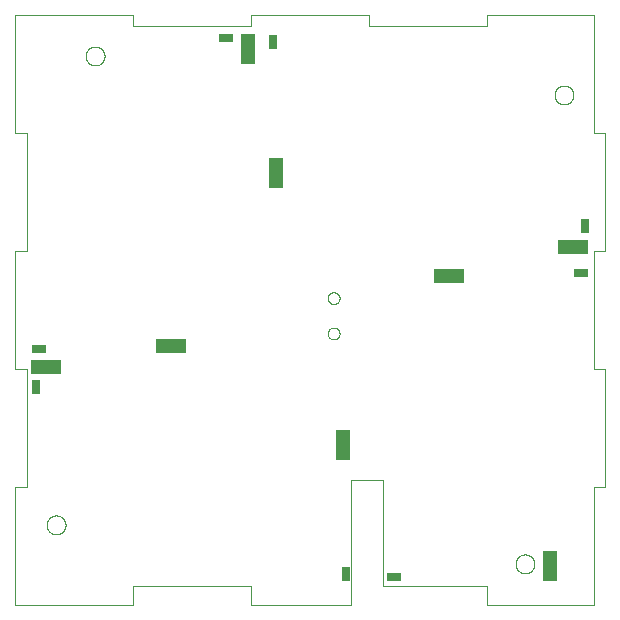
<source format=gtp>
G75*
%MOIN*%
%OFA0B0*%
%FSLAX25Y25*%
%IPPOS*%
%LPD*%
%AMOC8*
5,1,8,0,0,1.08239X$1,22.5*
%
%ADD10C,0.00004*%
%ADD11C,0.00000*%
%ADD12R,0.05000X0.02500*%
%ADD13R,0.02500X0.05000*%
%ADD14R,0.10000X0.05000*%
%ADD15R,0.05000X0.10000*%
D10*
X0001591Y0001591D02*
X0040961Y0001591D01*
X0040961Y0007890D01*
X0080331Y0007890D01*
X0080331Y0001591D01*
X0113795Y0001591D01*
X0113795Y0043323D01*
X0124425Y0043323D01*
X0124425Y0007890D01*
X0159071Y0007890D01*
X0159071Y0001591D01*
X0194504Y0001591D01*
X0194504Y0040961D01*
X0198441Y0040961D01*
X0198441Y0080331D01*
X0194504Y0080331D01*
X0194504Y0119701D01*
X0198441Y0119701D01*
X0198441Y0159071D01*
X0194504Y0159071D01*
X0194504Y0198441D01*
X0159071Y0198441D01*
X0159071Y0194504D01*
X0119701Y0194504D01*
X0119701Y0198441D01*
X0080331Y0198441D01*
X0080331Y0194504D01*
X0040961Y0194504D01*
X0040961Y0198441D01*
X0001591Y0198441D01*
X0001591Y0159071D01*
X0005528Y0159071D01*
X0005528Y0119701D01*
X0001591Y0119701D01*
X0001591Y0080331D01*
X0005528Y0080331D01*
X0005528Y0040961D01*
X0001591Y0040961D01*
X0001591Y0001591D01*
D11*
X0012220Y0028362D02*
X0012222Y0028474D01*
X0012228Y0028585D01*
X0012238Y0028697D01*
X0012252Y0028808D01*
X0012269Y0028918D01*
X0012291Y0029028D01*
X0012317Y0029137D01*
X0012346Y0029245D01*
X0012379Y0029351D01*
X0012416Y0029457D01*
X0012457Y0029561D01*
X0012502Y0029664D01*
X0012550Y0029765D01*
X0012601Y0029864D01*
X0012656Y0029961D01*
X0012715Y0030056D01*
X0012776Y0030150D01*
X0012841Y0030241D01*
X0012910Y0030329D01*
X0012981Y0030415D01*
X0013055Y0030499D01*
X0013133Y0030579D01*
X0013213Y0030657D01*
X0013296Y0030733D01*
X0013381Y0030805D01*
X0013469Y0030874D01*
X0013559Y0030940D01*
X0013652Y0031002D01*
X0013747Y0031062D01*
X0013844Y0031118D01*
X0013942Y0031170D01*
X0014043Y0031219D01*
X0014145Y0031264D01*
X0014249Y0031306D01*
X0014354Y0031344D01*
X0014461Y0031378D01*
X0014568Y0031408D01*
X0014677Y0031435D01*
X0014786Y0031457D01*
X0014897Y0031476D01*
X0015007Y0031491D01*
X0015119Y0031502D01*
X0015230Y0031509D01*
X0015342Y0031512D01*
X0015454Y0031511D01*
X0015566Y0031506D01*
X0015677Y0031497D01*
X0015788Y0031484D01*
X0015899Y0031467D01*
X0016009Y0031447D01*
X0016118Y0031422D01*
X0016226Y0031394D01*
X0016333Y0031361D01*
X0016439Y0031325D01*
X0016543Y0031285D01*
X0016646Y0031242D01*
X0016748Y0031195D01*
X0016847Y0031144D01*
X0016945Y0031090D01*
X0017041Y0031032D01*
X0017135Y0030971D01*
X0017226Y0030907D01*
X0017315Y0030840D01*
X0017402Y0030769D01*
X0017486Y0030695D01*
X0017568Y0030619D01*
X0017646Y0030539D01*
X0017722Y0030457D01*
X0017795Y0030372D01*
X0017865Y0030285D01*
X0017931Y0030195D01*
X0017995Y0030103D01*
X0018055Y0030009D01*
X0018112Y0029913D01*
X0018165Y0029814D01*
X0018215Y0029714D01*
X0018261Y0029613D01*
X0018304Y0029509D01*
X0018343Y0029404D01*
X0018378Y0029298D01*
X0018409Y0029191D01*
X0018437Y0029082D01*
X0018460Y0028973D01*
X0018480Y0028863D01*
X0018496Y0028752D01*
X0018508Y0028641D01*
X0018516Y0028530D01*
X0018520Y0028418D01*
X0018520Y0028306D01*
X0018516Y0028194D01*
X0018508Y0028083D01*
X0018496Y0027972D01*
X0018480Y0027861D01*
X0018460Y0027751D01*
X0018437Y0027642D01*
X0018409Y0027533D01*
X0018378Y0027426D01*
X0018343Y0027320D01*
X0018304Y0027215D01*
X0018261Y0027111D01*
X0018215Y0027010D01*
X0018165Y0026910D01*
X0018112Y0026811D01*
X0018055Y0026715D01*
X0017995Y0026621D01*
X0017931Y0026529D01*
X0017865Y0026439D01*
X0017795Y0026352D01*
X0017722Y0026267D01*
X0017646Y0026185D01*
X0017568Y0026105D01*
X0017486Y0026029D01*
X0017402Y0025955D01*
X0017315Y0025884D01*
X0017226Y0025817D01*
X0017135Y0025753D01*
X0017041Y0025692D01*
X0016945Y0025634D01*
X0016847Y0025580D01*
X0016748Y0025529D01*
X0016646Y0025482D01*
X0016543Y0025439D01*
X0016439Y0025399D01*
X0016333Y0025363D01*
X0016226Y0025330D01*
X0016118Y0025302D01*
X0016009Y0025277D01*
X0015899Y0025257D01*
X0015788Y0025240D01*
X0015677Y0025227D01*
X0015566Y0025218D01*
X0015454Y0025213D01*
X0015342Y0025212D01*
X0015230Y0025215D01*
X0015119Y0025222D01*
X0015007Y0025233D01*
X0014897Y0025248D01*
X0014786Y0025267D01*
X0014677Y0025289D01*
X0014568Y0025316D01*
X0014461Y0025346D01*
X0014354Y0025380D01*
X0014249Y0025418D01*
X0014145Y0025460D01*
X0014043Y0025505D01*
X0013942Y0025554D01*
X0013844Y0025606D01*
X0013747Y0025662D01*
X0013652Y0025722D01*
X0013559Y0025784D01*
X0013469Y0025850D01*
X0013381Y0025919D01*
X0013296Y0025991D01*
X0013213Y0026067D01*
X0013133Y0026145D01*
X0013055Y0026225D01*
X0012981Y0026309D01*
X0012910Y0026395D01*
X0012841Y0026483D01*
X0012776Y0026574D01*
X0012715Y0026668D01*
X0012656Y0026763D01*
X0012601Y0026860D01*
X0012550Y0026959D01*
X0012502Y0027060D01*
X0012457Y0027163D01*
X0012416Y0027267D01*
X0012379Y0027373D01*
X0012346Y0027479D01*
X0012317Y0027587D01*
X0012291Y0027696D01*
X0012269Y0027806D01*
X0012252Y0027916D01*
X0012238Y0028027D01*
X0012228Y0028139D01*
X0012222Y0028250D01*
X0012220Y0028362D01*
X0105921Y0092142D02*
X0105923Y0092230D01*
X0105929Y0092318D01*
X0105939Y0092406D01*
X0105953Y0092494D01*
X0105970Y0092580D01*
X0105992Y0092666D01*
X0106017Y0092750D01*
X0106047Y0092834D01*
X0106079Y0092916D01*
X0106116Y0092996D01*
X0106156Y0093075D01*
X0106200Y0093152D01*
X0106247Y0093227D01*
X0106297Y0093299D01*
X0106351Y0093370D01*
X0106407Y0093437D01*
X0106467Y0093503D01*
X0106529Y0093565D01*
X0106595Y0093625D01*
X0106662Y0093681D01*
X0106733Y0093735D01*
X0106805Y0093785D01*
X0106880Y0093832D01*
X0106957Y0093876D01*
X0107036Y0093916D01*
X0107116Y0093953D01*
X0107198Y0093985D01*
X0107282Y0094015D01*
X0107366Y0094040D01*
X0107452Y0094062D01*
X0107538Y0094079D01*
X0107626Y0094093D01*
X0107714Y0094103D01*
X0107802Y0094109D01*
X0107890Y0094111D01*
X0107978Y0094109D01*
X0108066Y0094103D01*
X0108154Y0094093D01*
X0108242Y0094079D01*
X0108328Y0094062D01*
X0108414Y0094040D01*
X0108498Y0094015D01*
X0108582Y0093985D01*
X0108664Y0093953D01*
X0108744Y0093916D01*
X0108823Y0093876D01*
X0108900Y0093832D01*
X0108975Y0093785D01*
X0109047Y0093735D01*
X0109118Y0093681D01*
X0109185Y0093625D01*
X0109251Y0093565D01*
X0109313Y0093503D01*
X0109373Y0093437D01*
X0109429Y0093370D01*
X0109483Y0093299D01*
X0109533Y0093227D01*
X0109580Y0093152D01*
X0109624Y0093075D01*
X0109664Y0092996D01*
X0109701Y0092916D01*
X0109733Y0092834D01*
X0109763Y0092750D01*
X0109788Y0092666D01*
X0109810Y0092580D01*
X0109827Y0092494D01*
X0109841Y0092406D01*
X0109851Y0092318D01*
X0109857Y0092230D01*
X0109859Y0092142D01*
X0109857Y0092054D01*
X0109851Y0091966D01*
X0109841Y0091878D01*
X0109827Y0091790D01*
X0109810Y0091704D01*
X0109788Y0091618D01*
X0109763Y0091534D01*
X0109733Y0091450D01*
X0109701Y0091368D01*
X0109664Y0091288D01*
X0109624Y0091209D01*
X0109580Y0091132D01*
X0109533Y0091057D01*
X0109483Y0090985D01*
X0109429Y0090914D01*
X0109373Y0090847D01*
X0109313Y0090781D01*
X0109251Y0090719D01*
X0109185Y0090659D01*
X0109118Y0090603D01*
X0109047Y0090549D01*
X0108975Y0090499D01*
X0108900Y0090452D01*
X0108823Y0090408D01*
X0108744Y0090368D01*
X0108664Y0090331D01*
X0108582Y0090299D01*
X0108498Y0090269D01*
X0108414Y0090244D01*
X0108328Y0090222D01*
X0108242Y0090205D01*
X0108154Y0090191D01*
X0108066Y0090181D01*
X0107978Y0090175D01*
X0107890Y0090173D01*
X0107802Y0090175D01*
X0107714Y0090181D01*
X0107626Y0090191D01*
X0107538Y0090205D01*
X0107452Y0090222D01*
X0107366Y0090244D01*
X0107282Y0090269D01*
X0107198Y0090299D01*
X0107116Y0090331D01*
X0107036Y0090368D01*
X0106957Y0090408D01*
X0106880Y0090452D01*
X0106805Y0090499D01*
X0106733Y0090549D01*
X0106662Y0090603D01*
X0106595Y0090659D01*
X0106529Y0090719D01*
X0106467Y0090781D01*
X0106407Y0090847D01*
X0106351Y0090914D01*
X0106297Y0090985D01*
X0106247Y0091057D01*
X0106200Y0091132D01*
X0106156Y0091209D01*
X0106116Y0091288D01*
X0106079Y0091368D01*
X0106047Y0091450D01*
X0106017Y0091534D01*
X0105992Y0091618D01*
X0105970Y0091704D01*
X0105953Y0091790D01*
X0105939Y0091878D01*
X0105929Y0091966D01*
X0105923Y0092054D01*
X0105921Y0092142D01*
X0105921Y0103953D02*
X0105923Y0104041D01*
X0105929Y0104129D01*
X0105939Y0104217D01*
X0105953Y0104305D01*
X0105970Y0104391D01*
X0105992Y0104477D01*
X0106017Y0104561D01*
X0106047Y0104645D01*
X0106079Y0104727D01*
X0106116Y0104807D01*
X0106156Y0104886D01*
X0106200Y0104963D01*
X0106247Y0105038D01*
X0106297Y0105110D01*
X0106351Y0105181D01*
X0106407Y0105248D01*
X0106467Y0105314D01*
X0106529Y0105376D01*
X0106595Y0105436D01*
X0106662Y0105492D01*
X0106733Y0105546D01*
X0106805Y0105596D01*
X0106880Y0105643D01*
X0106957Y0105687D01*
X0107036Y0105727D01*
X0107116Y0105764D01*
X0107198Y0105796D01*
X0107282Y0105826D01*
X0107366Y0105851D01*
X0107452Y0105873D01*
X0107538Y0105890D01*
X0107626Y0105904D01*
X0107714Y0105914D01*
X0107802Y0105920D01*
X0107890Y0105922D01*
X0107978Y0105920D01*
X0108066Y0105914D01*
X0108154Y0105904D01*
X0108242Y0105890D01*
X0108328Y0105873D01*
X0108414Y0105851D01*
X0108498Y0105826D01*
X0108582Y0105796D01*
X0108664Y0105764D01*
X0108744Y0105727D01*
X0108823Y0105687D01*
X0108900Y0105643D01*
X0108975Y0105596D01*
X0109047Y0105546D01*
X0109118Y0105492D01*
X0109185Y0105436D01*
X0109251Y0105376D01*
X0109313Y0105314D01*
X0109373Y0105248D01*
X0109429Y0105181D01*
X0109483Y0105110D01*
X0109533Y0105038D01*
X0109580Y0104963D01*
X0109624Y0104886D01*
X0109664Y0104807D01*
X0109701Y0104727D01*
X0109733Y0104645D01*
X0109763Y0104561D01*
X0109788Y0104477D01*
X0109810Y0104391D01*
X0109827Y0104305D01*
X0109841Y0104217D01*
X0109851Y0104129D01*
X0109857Y0104041D01*
X0109859Y0103953D01*
X0109857Y0103865D01*
X0109851Y0103777D01*
X0109841Y0103689D01*
X0109827Y0103601D01*
X0109810Y0103515D01*
X0109788Y0103429D01*
X0109763Y0103345D01*
X0109733Y0103261D01*
X0109701Y0103179D01*
X0109664Y0103099D01*
X0109624Y0103020D01*
X0109580Y0102943D01*
X0109533Y0102868D01*
X0109483Y0102796D01*
X0109429Y0102725D01*
X0109373Y0102658D01*
X0109313Y0102592D01*
X0109251Y0102530D01*
X0109185Y0102470D01*
X0109118Y0102414D01*
X0109047Y0102360D01*
X0108975Y0102310D01*
X0108900Y0102263D01*
X0108823Y0102219D01*
X0108744Y0102179D01*
X0108664Y0102142D01*
X0108582Y0102110D01*
X0108498Y0102080D01*
X0108414Y0102055D01*
X0108328Y0102033D01*
X0108242Y0102016D01*
X0108154Y0102002D01*
X0108066Y0101992D01*
X0107978Y0101986D01*
X0107890Y0101984D01*
X0107802Y0101986D01*
X0107714Y0101992D01*
X0107626Y0102002D01*
X0107538Y0102016D01*
X0107452Y0102033D01*
X0107366Y0102055D01*
X0107282Y0102080D01*
X0107198Y0102110D01*
X0107116Y0102142D01*
X0107036Y0102179D01*
X0106957Y0102219D01*
X0106880Y0102263D01*
X0106805Y0102310D01*
X0106733Y0102360D01*
X0106662Y0102414D01*
X0106595Y0102470D01*
X0106529Y0102530D01*
X0106467Y0102592D01*
X0106407Y0102658D01*
X0106351Y0102725D01*
X0106297Y0102796D01*
X0106247Y0102868D01*
X0106200Y0102943D01*
X0106156Y0103020D01*
X0106116Y0103099D01*
X0106079Y0103179D01*
X0106047Y0103261D01*
X0106017Y0103345D01*
X0105992Y0103429D01*
X0105970Y0103515D01*
X0105953Y0103601D01*
X0105939Y0103689D01*
X0105929Y0103777D01*
X0105923Y0103865D01*
X0105921Y0103953D01*
X0181511Y0171669D02*
X0181513Y0171781D01*
X0181519Y0171892D01*
X0181529Y0172004D01*
X0181543Y0172115D01*
X0181560Y0172225D01*
X0181582Y0172335D01*
X0181608Y0172444D01*
X0181637Y0172552D01*
X0181670Y0172658D01*
X0181707Y0172764D01*
X0181748Y0172868D01*
X0181793Y0172971D01*
X0181841Y0173072D01*
X0181892Y0173171D01*
X0181947Y0173268D01*
X0182006Y0173363D01*
X0182067Y0173457D01*
X0182132Y0173548D01*
X0182201Y0173636D01*
X0182272Y0173722D01*
X0182346Y0173806D01*
X0182424Y0173886D01*
X0182504Y0173964D01*
X0182587Y0174040D01*
X0182672Y0174112D01*
X0182760Y0174181D01*
X0182850Y0174247D01*
X0182943Y0174309D01*
X0183038Y0174369D01*
X0183135Y0174425D01*
X0183233Y0174477D01*
X0183334Y0174526D01*
X0183436Y0174571D01*
X0183540Y0174613D01*
X0183645Y0174651D01*
X0183752Y0174685D01*
X0183859Y0174715D01*
X0183968Y0174742D01*
X0184077Y0174764D01*
X0184188Y0174783D01*
X0184298Y0174798D01*
X0184410Y0174809D01*
X0184521Y0174816D01*
X0184633Y0174819D01*
X0184745Y0174818D01*
X0184857Y0174813D01*
X0184968Y0174804D01*
X0185079Y0174791D01*
X0185190Y0174774D01*
X0185300Y0174754D01*
X0185409Y0174729D01*
X0185517Y0174701D01*
X0185624Y0174668D01*
X0185730Y0174632D01*
X0185834Y0174592D01*
X0185937Y0174549D01*
X0186039Y0174502D01*
X0186138Y0174451D01*
X0186236Y0174397D01*
X0186332Y0174339D01*
X0186426Y0174278D01*
X0186517Y0174214D01*
X0186606Y0174147D01*
X0186693Y0174076D01*
X0186777Y0174002D01*
X0186859Y0173926D01*
X0186937Y0173846D01*
X0187013Y0173764D01*
X0187086Y0173679D01*
X0187156Y0173592D01*
X0187222Y0173502D01*
X0187286Y0173410D01*
X0187346Y0173316D01*
X0187403Y0173220D01*
X0187456Y0173121D01*
X0187506Y0173021D01*
X0187552Y0172920D01*
X0187595Y0172816D01*
X0187634Y0172711D01*
X0187669Y0172605D01*
X0187700Y0172498D01*
X0187728Y0172389D01*
X0187751Y0172280D01*
X0187771Y0172170D01*
X0187787Y0172059D01*
X0187799Y0171948D01*
X0187807Y0171837D01*
X0187811Y0171725D01*
X0187811Y0171613D01*
X0187807Y0171501D01*
X0187799Y0171390D01*
X0187787Y0171279D01*
X0187771Y0171168D01*
X0187751Y0171058D01*
X0187728Y0170949D01*
X0187700Y0170840D01*
X0187669Y0170733D01*
X0187634Y0170627D01*
X0187595Y0170522D01*
X0187552Y0170418D01*
X0187506Y0170317D01*
X0187456Y0170217D01*
X0187403Y0170118D01*
X0187346Y0170022D01*
X0187286Y0169928D01*
X0187222Y0169836D01*
X0187156Y0169746D01*
X0187086Y0169659D01*
X0187013Y0169574D01*
X0186937Y0169492D01*
X0186859Y0169412D01*
X0186777Y0169336D01*
X0186693Y0169262D01*
X0186606Y0169191D01*
X0186517Y0169124D01*
X0186426Y0169060D01*
X0186332Y0168999D01*
X0186236Y0168941D01*
X0186138Y0168887D01*
X0186039Y0168836D01*
X0185937Y0168789D01*
X0185834Y0168746D01*
X0185730Y0168706D01*
X0185624Y0168670D01*
X0185517Y0168637D01*
X0185409Y0168609D01*
X0185300Y0168584D01*
X0185190Y0168564D01*
X0185079Y0168547D01*
X0184968Y0168534D01*
X0184857Y0168525D01*
X0184745Y0168520D01*
X0184633Y0168519D01*
X0184521Y0168522D01*
X0184410Y0168529D01*
X0184298Y0168540D01*
X0184188Y0168555D01*
X0184077Y0168574D01*
X0183968Y0168596D01*
X0183859Y0168623D01*
X0183752Y0168653D01*
X0183645Y0168687D01*
X0183540Y0168725D01*
X0183436Y0168767D01*
X0183334Y0168812D01*
X0183233Y0168861D01*
X0183135Y0168913D01*
X0183038Y0168969D01*
X0182943Y0169029D01*
X0182850Y0169091D01*
X0182760Y0169157D01*
X0182672Y0169226D01*
X0182587Y0169298D01*
X0182504Y0169374D01*
X0182424Y0169452D01*
X0182346Y0169532D01*
X0182272Y0169616D01*
X0182201Y0169702D01*
X0182132Y0169790D01*
X0182067Y0169881D01*
X0182006Y0169975D01*
X0181947Y0170070D01*
X0181892Y0170167D01*
X0181841Y0170266D01*
X0181793Y0170367D01*
X0181748Y0170470D01*
X0181707Y0170574D01*
X0181670Y0170680D01*
X0181637Y0170786D01*
X0181608Y0170894D01*
X0181582Y0171003D01*
X0181560Y0171113D01*
X0181543Y0171223D01*
X0181529Y0171334D01*
X0181519Y0171446D01*
X0181513Y0171557D01*
X0181511Y0171669D01*
X0025212Y0184661D02*
X0025214Y0184773D01*
X0025220Y0184884D01*
X0025230Y0184996D01*
X0025244Y0185107D01*
X0025261Y0185217D01*
X0025283Y0185327D01*
X0025309Y0185436D01*
X0025338Y0185544D01*
X0025371Y0185650D01*
X0025408Y0185756D01*
X0025449Y0185860D01*
X0025494Y0185963D01*
X0025542Y0186064D01*
X0025593Y0186163D01*
X0025648Y0186260D01*
X0025707Y0186355D01*
X0025768Y0186449D01*
X0025833Y0186540D01*
X0025902Y0186628D01*
X0025973Y0186714D01*
X0026047Y0186798D01*
X0026125Y0186878D01*
X0026205Y0186956D01*
X0026288Y0187032D01*
X0026373Y0187104D01*
X0026461Y0187173D01*
X0026551Y0187239D01*
X0026644Y0187301D01*
X0026739Y0187361D01*
X0026836Y0187417D01*
X0026934Y0187469D01*
X0027035Y0187518D01*
X0027137Y0187563D01*
X0027241Y0187605D01*
X0027346Y0187643D01*
X0027453Y0187677D01*
X0027560Y0187707D01*
X0027669Y0187734D01*
X0027778Y0187756D01*
X0027889Y0187775D01*
X0027999Y0187790D01*
X0028111Y0187801D01*
X0028222Y0187808D01*
X0028334Y0187811D01*
X0028446Y0187810D01*
X0028558Y0187805D01*
X0028669Y0187796D01*
X0028780Y0187783D01*
X0028891Y0187766D01*
X0029001Y0187746D01*
X0029110Y0187721D01*
X0029218Y0187693D01*
X0029325Y0187660D01*
X0029431Y0187624D01*
X0029535Y0187584D01*
X0029638Y0187541D01*
X0029740Y0187494D01*
X0029839Y0187443D01*
X0029937Y0187389D01*
X0030033Y0187331D01*
X0030127Y0187270D01*
X0030218Y0187206D01*
X0030307Y0187139D01*
X0030394Y0187068D01*
X0030478Y0186994D01*
X0030560Y0186918D01*
X0030638Y0186838D01*
X0030714Y0186756D01*
X0030787Y0186671D01*
X0030857Y0186584D01*
X0030923Y0186494D01*
X0030987Y0186402D01*
X0031047Y0186308D01*
X0031104Y0186212D01*
X0031157Y0186113D01*
X0031207Y0186013D01*
X0031253Y0185912D01*
X0031296Y0185808D01*
X0031335Y0185703D01*
X0031370Y0185597D01*
X0031401Y0185490D01*
X0031429Y0185381D01*
X0031452Y0185272D01*
X0031472Y0185162D01*
X0031488Y0185051D01*
X0031500Y0184940D01*
X0031508Y0184829D01*
X0031512Y0184717D01*
X0031512Y0184605D01*
X0031508Y0184493D01*
X0031500Y0184382D01*
X0031488Y0184271D01*
X0031472Y0184160D01*
X0031452Y0184050D01*
X0031429Y0183941D01*
X0031401Y0183832D01*
X0031370Y0183725D01*
X0031335Y0183619D01*
X0031296Y0183514D01*
X0031253Y0183410D01*
X0031207Y0183309D01*
X0031157Y0183209D01*
X0031104Y0183110D01*
X0031047Y0183014D01*
X0030987Y0182920D01*
X0030923Y0182828D01*
X0030857Y0182738D01*
X0030787Y0182651D01*
X0030714Y0182566D01*
X0030638Y0182484D01*
X0030560Y0182404D01*
X0030478Y0182328D01*
X0030394Y0182254D01*
X0030307Y0182183D01*
X0030218Y0182116D01*
X0030127Y0182052D01*
X0030033Y0181991D01*
X0029937Y0181933D01*
X0029839Y0181879D01*
X0029740Y0181828D01*
X0029638Y0181781D01*
X0029535Y0181738D01*
X0029431Y0181698D01*
X0029325Y0181662D01*
X0029218Y0181629D01*
X0029110Y0181601D01*
X0029001Y0181576D01*
X0028891Y0181556D01*
X0028780Y0181539D01*
X0028669Y0181526D01*
X0028558Y0181517D01*
X0028446Y0181512D01*
X0028334Y0181511D01*
X0028222Y0181514D01*
X0028111Y0181521D01*
X0027999Y0181532D01*
X0027889Y0181547D01*
X0027778Y0181566D01*
X0027669Y0181588D01*
X0027560Y0181615D01*
X0027453Y0181645D01*
X0027346Y0181679D01*
X0027241Y0181717D01*
X0027137Y0181759D01*
X0027035Y0181804D01*
X0026934Y0181853D01*
X0026836Y0181905D01*
X0026739Y0181961D01*
X0026644Y0182021D01*
X0026551Y0182083D01*
X0026461Y0182149D01*
X0026373Y0182218D01*
X0026288Y0182290D01*
X0026205Y0182366D01*
X0026125Y0182444D01*
X0026047Y0182524D01*
X0025973Y0182608D01*
X0025902Y0182694D01*
X0025833Y0182782D01*
X0025768Y0182873D01*
X0025707Y0182967D01*
X0025648Y0183062D01*
X0025593Y0183159D01*
X0025542Y0183258D01*
X0025494Y0183359D01*
X0025449Y0183462D01*
X0025408Y0183566D01*
X0025371Y0183672D01*
X0025338Y0183778D01*
X0025309Y0183886D01*
X0025283Y0183995D01*
X0025261Y0184105D01*
X0025244Y0184215D01*
X0025230Y0184326D01*
X0025220Y0184438D01*
X0025214Y0184549D01*
X0025212Y0184661D01*
X0168519Y0015370D02*
X0168521Y0015482D01*
X0168527Y0015593D01*
X0168537Y0015705D01*
X0168551Y0015816D01*
X0168568Y0015926D01*
X0168590Y0016036D01*
X0168616Y0016145D01*
X0168645Y0016253D01*
X0168678Y0016359D01*
X0168715Y0016465D01*
X0168756Y0016569D01*
X0168801Y0016672D01*
X0168849Y0016773D01*
X0168900Y0016872D01*
X0168955Y0016969D01*
X0169014Y0017064D01*
X0169075Y0017158D01*
X0169140Y0017249D01*
X0169209Y0017337D01*
X0169280Y0017423D01*
X0169354Y0017507D01*
X0169432Y0017587D01*
X0169512Y0017665D01*
X0169595Y0017741D01*
X0169680Y0017813D01*
X0169768Y0017882D01*
X0169858Y0017948D01*
X0169951Y0018010D01*
X0170046Y0018070D01*
X0170143Y0018126D01*
X0170241Y0018178D01*
X0170342Y0018227D01*
X0170444Y0018272D01*
X0170548Y0018314D01*
X0170653Y0018352D01*
X0170760Y0018386D01*
X0170867Y0018416D01*
X0170976Y0018443D01*
X0171085Y0018465D01*
X0171196Y0018484D01*
X0171306Y0018499D01*
X0171418Y0018510D01*
X0171529Y0018517D01*
X0171641Y0018520D01*
X0171753Y0018519D01*
X0171865Y0018514D01*
X0171976Y0018505D01*
X0172087Y0018492D01*
X0172198Y0018475D01*
X0172308Y0018455D01*
X0172417Y0018430D01*
X0172525Y0018402D01*
X0172632Y0018369D01*
X0172738Y0018333D01*
X0172842Y0018293D01*
X0172945Y0018250D01*
X0173047Y0018203D01*
X0173146Y0018152D01*
X0173244Y0018098D01*
X0173340Y0018040D01*
X0173434Y0017979D01*
X0173525Y0017915D01*
X0173614Y0017848D01*
X0173701Y0017777D01*
X0173785Y0017703D01*
X0173867Y0017627D01*
X0173945Y0017547D01*
X0174021Y0017465D01*
X0174094Y0017380D01*
X0174164Y0017293D01*
X0174230Y0017203D01*
X0174294Y0017111D01*
X0174354Y0017017D01*
X0174411Y0016921D01*
X0174464Y0016822D01*
X0174514Y0016722D01*
X0174560Y0016621D01*
X0174603Y0016517D01*
X0174642Y0016412D01*
X0174677Y0016306D01*
X0174708Y0016199D01*
X0174736Y0016090D01*
X0174759Y0015981D01*
X0174779Y0015871D01*
X0174795Y0015760D01*
X0174807Y0015649D01*
X0174815Y0015538D01*
X0174819Y0015426D01*
X0174819Y0015314D01*
X0174815Y0015202D01*
X0174807Y0015091D01*
X0174795Y0014980D01*
X0174779Y0014869D01*
X0174759Y0014759D01*
X0174736Y0014650D01*
X0174708Y0014541D01*
X0174677Y0014434D01*
X0174642Y0014328D01*
X0174603Y0014223D01*
X0174560Y0014119D01*
X0174514Y0014018D01*
X0174464Y0013918D01*
X0174411Y0013819D01*
X0174354Y0013723D01*
X0174294Y0013629D01*
X0174230Y0013537D01*
X0174164Y0013447D01*
X0174094Y0013360D01*
X0174021Y0013275D01*
X0173945Y0013193D01*
X0173867Y0013113D01*
X0173785Y0013037D01*
X0173701Y0012963D01*
X0173614Y0012892D01*
X0173525Y0012825D01*
X0173434Y0012761D01*
X0173340Y0012700D01*
X0173244Y0012642D01*
X0173146Y0012588D01*
X0173047Y0012537D01*
X0172945Y0012490D01*
X0172842Y0012447D01*
X0172738Y0012407D01*
X0172632Y0012371D01*
X0172525Y0012338D01*
X0172417Y0012310D01*
X0172308Y0012285D01*
X0172198Y0012265D01*
X0172087Y0012248D01*
X0171976Y0012235D01*
X0171865Y0012226D01*
X0171753Y0012221D01*
X0171641Y0012220D01*
X0171529Y0012223D01*
X0171418Y0012230D01*
X0171306Y0012241D01*
X0171196Y0012256D01*
X0171085Y0012275D01*
X0170976Y0012297D01*
X0170867Y0012324D01*
X0170760Y0012354D01*
X0170653Y0012388D01*
X0170548Y0012426D01*
X0170444Y0012468D01*
X0170342Y0012513D01*
X0170241Y0012562D01*
X0170143Y0012614D01*
X0170046Y0012670D01*
X0169951Y0012730D01*
X0169858Y0012792D01*
X0169768Y0012858D01*
X0169680Y0012927D01*
X0169595Y0012999D01*
X0169512Y0013075D01*
X0169432Y0013153D01*
X0169354Y0013233D01*
X0169280Y0013317D01*
X0169209Y0013403D01*
X0169140Y0013491D01*
X0169075Y0013582D01*
X0169014Y0013676D01*
X0168955Y0013771D01*
X0168900Y0013868D01*
X0168849Y0013967D01*
X0168801Y0014068D01*
X0168756Y0014171D01*
X0168715Y0014275D01*
X0168678Y0014381D01*
X0168645Y0014487D01*
X0168616Y0014595D01*
X0168590Y0014704D01*
X0168568Y0014814D01*
X0168551Y0014924D01*
X0168537Y0015035D01*
X0168527Y0015147D01*
X0168521Y0015258D01*
X0168519Y0015370D01*
D12*
X0127907Y0010881D03*
X0190235Y0112379D03*
X0072124Y0190725D03*
X0009797Y0086865D03*
D13*
X0008519Y0074487D03*
X0111985Y0012159D03*
X0191513Y0127907D03*
X0087653Y0189447D03*
D14*
X0146276Y0111236D03*
X0187811Y0120882D03*
X0053756Y0088008D03*
X0012024Y0081118D03*
D15*
X0088795Y0145685D03*
X0079346Y0187024D03*
X0110843Y0055134D03*
X0180134Y0014583D03*
M02*

</source>
